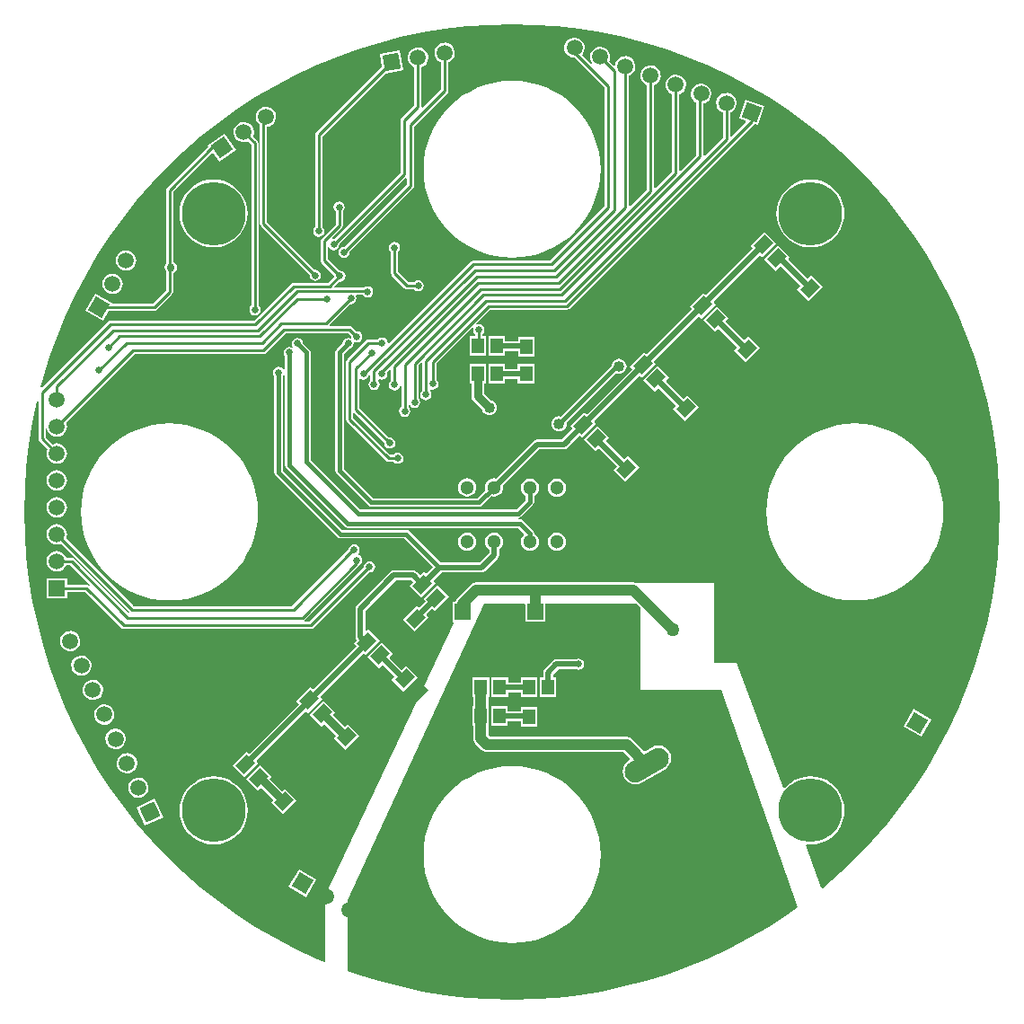
<source format=gtl>
G04 Layer_Physical_Order=1*
G04 Layer_Color=255*
%FSLAX25Y25*%
%MOIN*%
G70*
G01*
G75*
G04:AMPARAMS|DCode=10|XSize=45.67mil|YSize=57.87mil|CornerRadius=0mil|HoleSize=0mil|Usage=FLASHONLY|Rotation=315.000|XOffset=0mil|YOffset=0mil|HoleType=Round|Shape=Rectangle|*
%AMROTATEDRECTD10*
4,1,4,-0.03661,-0.00432,0.00432,0.03661,0.03661,0.00432,-0.00432,-0.03661,-0.03661,-0.00432,0.0*
%
%ADD10ROTATEDRECTD10*%

%ADD11R,0.04567X0.05787*%
%ADD12C,0.01500*%
%ADD13C,0.02000*%
%ADD14C,0.03000*%
%ADD15C,0.01000*%
%ADD16C,0.04000*%
%ADD17C,0.05118*%
%ADD18C,0.23622*%
%ADD19C,0.05906*%
%ADD20R,0.05906X0.05906*%
G04:AMPARAMS|DCode=21|XSize=177.16mil|YSize=78.74mil|CornerRadius=0mil|HoleSize=0mil|Usage=FLASHONLY|Rotation=300.000|XOffset=0mil|YOffset=0mil|HoleType=Round|Shape=Round|*
%AMOVALD21*
21,1,0.09843,0.07874,0.00000,0.00000,300.0*
1,1,0.07874,-0.02461,0.04262*
1,1,0.07874,0.02461,-0.04262*
%
%ADD21OVALD21*%

G04:AMPARAMS|DCode=22|XSize=177.16mil|YSize=78.74mil|CornerRadius=0mil|HoleSize=0mil|Usage=FLASHONLY|Rotation=210.000|XOffset=0mil|YOffset=0mil|HoleType=Round|Shape=Round|*
%AMOVALD22*
21,1,0.09843,0.07874,0.00000,0.00000,210.0*
1,1,0.07874,0.04262,0.02461*
1,1,0.07874,-0.04262,-0.02461*
%
%ADD22OVALD22*%

%ADD23P,0.08352X4X285.0*%
%ADD24P,0.08352X4X195.0*%
%ADD25P,0.08352X4X160.0*%
%ADD26R,0.05906X0.05906*%
%ADD27P,0.08352X4X80.0*%
%ADD28P,0.08352X4X55.0*%
%ADD29P,0.08352X4X205.0*%
%ADD30C,0.02700*%
%ADD31C,0.04000*%
%ADD32C,0.02500*%
%ADD33C,0.05000*%
%ADD34C,0.03000*%
G36*
X119098Y291591D02*
X127439Y291012D01*
X135744Y290049D01*
X143995Y288703D01*
X152176Y286977D01*
X160268Y284875D01*
X168254Y282402D01*
X176118Y279563D01*
X183842Y276363D01*
X191410Y272811D01*
X198806Y268912D01*
X206014Y264676D01*
X213019Y260112D01*
X219806Y255229D01*
X226360Y250038D01*
X232666Y244549D01*
X238713Y238776D01*
X244487Y232729D01*
X249975Y226422D01*
X255166Y219868D01*
X260049Y213082D01*
X264614Y206077D01*
X268850Y198869D01*
X272748Y191473D01*
X276301Y183905D01*
X279500Y176181D01*
X282340Y168317D01*
X284813Y160330D01*
X286914Y152238D01*
X288640Y144058D01*
X289986Y135806D01*
X290950Y127501D01*
X291529Y119161D01*
X291722Y110802D01*
X291529Y102444D01*
X290950Y94103D01*
X289986Y85799D01*
X288640Y77547D01*
X286914Y69367D01*
X284813Y61274D01*
X282340Y53288D01*
X279500Y45424D01*
X276301Y37700D01*
X272748Y30132D01*
X268850Y22736D01*
X264614Y15528D01*
X260049Y8523D01*
X255166Y1736D01*
X249975Y-4817D01*
X244487Y-11124D01*
X238713Y-17171D01*
X232666Y-22945D01*
X226360Y-28433D01*
X225909Y-28790D01*
X225427Y-28656D01*
X219545Y-12998D01*
X219901Y-12524D01*
X221500Y-12650D01*
X223479Y-12494D01*
X225409Y-12031D01*
X227243Y-11271D01*
X228936Y-10234D01*
X230445Y-8945D01*
X231734Y-7435D01*
X232771Y-5743D01*
X233531Y-3909D01*
X233994Y-1979D01*
X234150Y0D01*
X233994Y1979D01*
X233531Y3909D01*
X232771Y5743D01*
X231734Y7435D01*
X230445Y8945D01*
X228936Y10234D01*
X227243Y11271D01*
X225409Y12031D01*
X223479Y12494D01*
X221500Y12650D01*
X219521Y12494D01*
X217591Y12031D01*
X215757Y11271D01*
X214065Y10234D01*
X212555Y8945D01*
X212005Y8300D01*
X211512Y8387D01*
X194040Y54900D01*
X185881D01*
X185840Y55000D01*
X185640Y84500D01*
X156598D01*
X156531Y84528D01*
X155800Y84624D01*
X97500D01*
X96769Y84528D01*
X96702Y84500D01*
X95940D01*
X95669Y83924D01*
X95503Y83797D01*
X90403Y78697D01*
X89954Y78112D01*
X89681Y77453D01*
X88647D01*
Y69947D01*
X88647D01*
X88901Y69548D01*
X41340Y-31475D01*
Y-55842D01*
X40924Y-56120D01*
X37637Y-54759D01*
X30069Y-51206D01*
X22673Y-47307D01*
X15465Y-43071D01*
X8460Y-38507D01*
X1674Y-33624D01*
X-4880Y-28433D01*
X-11187Y-22945D01*
X-17234Y-17171D01*
X-23007Y-11124D01*
X-28496Y-4817D01*
X-33687Y1736D01*
X-38570Y8523D01*
X-43134Y15528D01*
X-47370Y22736D01*
X-51269Y30132D01*
X-54821Y37700D01*
X-58021Y45424D01*
X-60860Y53288D01*
X-63333Y61274D01*
X-65435Y69367D01*
X-67160Y77547D01*
X-68506Y85799D01*
X-69470Y94103D01*
X-70049Y102444D01*
X-70242Y110802D01*
X-70049Y119161D01*
X-69470Y127501D01*
X-68506Y135806D01*
X-67160Y144058D01*
X-65526Y151808D01*
X-65026Y151756D01*
Y138000D01*
X-64925Y137493D01*
X-64637Y137063D01*
X-61621Y134047D01*
X-61856Y133480D01*
X-61985Y132500D01*
X-61856Y131520D01*
X-61478Y130607D01*
X-60877Y129824D01*
X-60093Y129222D01*
X-59180Y128844D01*
X-58200Y128715D01*
X-57220Y128844D01*
X-56307Y129222D01*
X-55524Y129824D01*
X-54922Y130607D01*
X-54544Y131520D01*
X-54415Y132500D01*
X-54544Y133480D01*
X-54922Y134393D01*
X-55524Y135177D01*
X-56307Y135778D01*
X-57220Y136156D01*
X-58200Y136285D01*
X-59180Y136156D01*
X-59747Y135921D01*
X-62375Y138549D01*
Y141627D01*
X-61875Y141660D01*
X-61856Y141520D01*
X-61478Y140607D01*
X-60877Y139823D01*
X-60093Y139222D01*
X-59180Y138844D01*
X-58200Y138715D01*
X-57220Y138844D01*
X-56307Y139222D01*
X-55524Y139823D01*
X-54922Y140607D01*
X-54544Y141520D01*
X-54415Y142500D01*
X-54544Y143480D01*
X-54779Y144047D01*
X-29351Y169474D01*
X18500D01*
X19007Y169575D01*
X19437Y169863D01*
X26649Y177075D01*
X49951D01*
X51046Y175980D01*
X51010Y175800D01*
X51050Y175599D01*
X50897Y175438D01*
X50610Y175249D01*
X49900Y175390D01*
X49100Y175231D01*
X48422Y174778D01*
X47969Y174100D01*
X47846Y173481D01*
X45583Y171218D01*
X45240Y170705D01*
X45120Y170100D01*
Y126100D01*
X45240Y125495D01*
X45583Y124983D01*
X57383Y113182D01*
X57895Y112840D01*
X58500Y112720D01*
X98400D01*
X99005Y112840D01*
X99518Y113182D01*
X103009Y116674D01*
X103123Y116627D01*
X104000Y116512D01*
X104877Y116627D01*
X105694Y116966D01*
X106396Y117504D01*
X106934Y118206D01*
X107273Y119023D01*
X107388Y119900D01*
X107296Y120600D01*
X120760Y134065D01*
X129945D01*
X130647Y134204D01*
X131242Y134602D01*
X135808Y139168D01*
X136691Y138286D01*
X141914Y143509D01*
X141282Y144142D01*
Y144642D01*
X157958Y161318D01*
X158791Y160485D01*
X164014Y165709D01*
X163432Y166292D01*
Y166792D01*
X180108Y183468D01*
X180991Y182586D01*
X186214Y187809D01*
X185582Y188442D01*
Y188942D01*
X202708Y206068D01*
X203591Y205186D01*
X208815Y210409D01*
X204454Y214770D01*
X199230Y209546D01*
X200113Y208664D01*
X182986Y191537D01*
X182486D01*
X181854Y192170D01*
X176630Y186946D01*
X177513Y186064D01*
X160836Y169387D01*
X160336D01*
X159654Y170070D01*
X154430Y164846D01*
X155363Y163914D01*
X138686Y147237D01*
X138186D01*
X137554Y147870D01*
X132330Y142646D01*
X133213Y141763D01*
X129184Y137735D01*
X120000D01*
X119298Y137596D01*
X118702Y137198D01*
X104700Y123196D01*
X104000Y123288D01*
X103123Y123173D01*
X102306Y122834D01*
X101604Y122296D01*
X101066Y121594D01*
X100727Y120777D01*
X100612Y119900D01*
X100727Y119023D01*
X100775Y118910D01*
X97745Y115880D01*
X59155D01*
X48280Y126755D01*
Y169445D01*
X50081Y171246D01*
X50700Y171369D01*
X51378Y171822D01*
X51831Y172500D01*
X51990Y173300D01*
X51950Y173502D01*
X52103Y173662D01*
X52390Y173851D01*
X53100Y173710D01*
X53900Y173869D01*
X54578Y174322D01*
X55031Y175000D01*
X55190Y175800D01*
X55031Y176600D01*
X54578Y177278D01*
X53900Y177731D01*
X53100Y177890D01*
X52920Y177854D01*
X51437Y179337D01*
X51007Y179625D01*
X50500Y179726D01*
X43207D01*
X43000Y180226D01*
X50720Y187946D01*
X50900Y187910D01*
X51700Y188069D01*
X52378Y188522D01*
X52831Y189200D01*
X52990Y190000D01*
X52831Y190800D01*
X52775Y190884D01*
X53011Y191324D01*
X55420D01*
X55622Y191022D01*
X56300Y190569D01*
X57100Y190410D01*
X57900Y190569D01*
X58578Y191022D01*
X59031Y191700D01*
X59190Y192500D01*
X59031Y193300D01*
X58578Y193978D01*
X57900Y194431D01*
X57100Y194590D01*
X56300Y194431D01*
X55622Y193978D01*
X55620Y193975D01*
X45003D01*
X44812Y194437D01*
X46620Y196246D01*
X46800Y196210D01*
X47600Y196369D01*
X48278Y196822D01*
X48731Y197500D01*
X48890Y198300D01*
X48731Y199100D01*
X48278Y199778D01*
X47600Y200231D01*
X46800Y200390D01*
X46620Y200354D01*
X42226Y204749D01*
Y209032D01*
X42334Y209073D01*
X42726Y209116D01*
X43122Y208522D01*
X43800Y208069D01*
X44600Y207910D01*
X45400Y208069D01*
X46078Y208522D01*
X46531Y209200D01*
X46690Y210000D01*
X46654Y210180D01*
X71175Y234700D01*
X71675Y234493D01*
Y232349D01*
X48580Y209254D01*
X48400Y209290D01*
X47600Y209131D01*
X46922Y208678D01*
X46469Y208000D01*
X46310Y207200D01*
X46469Y206400D01*
X46922Y205722D01*
X47600Y205269D01*
X48400Y205110D01*
X49200Y205269D01*
X49878Y205722D01*
X50331Y206400D01*
X50490Y207200D01*
X50454Y207380D01*
X73937Y230863D01*
X74225Y231293D01*
X74326Y231800D01*
Y253851D01*
X86633Y266159D01*
X86921Y266589D01*
X87022Y267096D01*
Y277656D01*
X87296Y277743D01*
X88129Y278273D01*
X88797Y279002D01*
X89253Y279878D01*
X89467Y280843D01*
X89424Y281830D01*
X89127Y282773D01*
X88596Y283606D01*
X87867Y284274D01*
X86991Y284730D01*
X86026Y284944D01*
X85039Y284901D01*
X84096Y284604D01*
X83263Y284072D01*
X82596Y283344D01*
X82139Y282468D01*
X81925Y281503D01*
X81968Y280516D01*
X82266Y279573D01*
X82797Y278740D01*
X83525Y278072D01*
X84371Y277632D01*
Y267645D01*
X77611Y260886D01*
X77150Y261132D01*
X77174Y261248D01*
Y275920D01*
X77448Y276006D01*
X78281Y276537D01*
X78949Y277265D01*
X79405Y278142D01*
X79619Y279107D01*
X79576Y280094D01*
X79279Y281036D01*
X78748Y281870D01*
X78019Y282537D01*
X77143Y282993D01*
X76178Y283207D01*
X75191Y283164D01*
X74248Y282867D01*
X73415Y282336D01*
X72747Y281608D01*
X72291Y280731D01*
X72077Y279766D01*
X72120Y278779D01*
X72418Y277837D01*
X72948Y277004D01*
X73677Y276336D01*
X74523Y275896D01*
Y261797D01*
X69763Y257037D01*
X69475Y256607D01*
X69375Y256100D01*
Y236649D01*
X44780Y212054D01*
X44600Y212090D01*
X44190Y212009D01*
X43944Y212470D01*
X47537Y216063D01*
X47825Y216493D01*
X47925Y217000D01*
Y222320D01*
X48078Y222422D01*
X48531Y223100D01*
X48690Y223900D01*
X48531Y224700D01*
X48078Y225378D01*
X47400Y225831D01*
X46600Y225990D01*
X45800Y225831D01*
X45122Y225378D01*
X44669Y224700D01*
X44510Y223900D01*
X44669Y223100D01*
X45122Y222422D01*
X45274Y222320D01*
Y217549D01*
X39963Y212237D01*
X39675Y211807D01*
X39575Y211300D01*
Y204200D01*
X39675Y203693D01*
X39963Y203263D01*
X44746Y198480D01*
X44710Y198300D01*
X44746Y198120D01*
X42551Y195925D01*
X29700D01*
X29193Y195825D01*
X28763Y195537D01*
X14951Y181726D01*
X-38400D01*
X-38907Y181625D01*
X-39337Y181337D01*
X-63709Y156966D01*
X-64142Y157214D01*
X-63333Y160330D01*
X-60860Y168317D01*
X-58021Y176181D01*
X-54821Y183905D01*
X-51269Y191473D01*
X-47370Y198869D01*
X-43134Y206077D01*
X-38570Y213082D01*
X-33687Y219868D01*
X-28496Y226422D01*
X-23007Y232729D01*
X-17234Y238776D01*
X-11187Y244549D01*
X-4880Y250038D01*
X1674Y255229D01*
X8460Y260112D01*
X15465Y264676D01*
X22673Y268912D01*
X30069Y272811D01*
X37637Y276363D01*
X45362Y279563D01*
X53225Y282402D01*
X61212Y284875D01*
X69304Y286977D01*
X77485Y288703D01*
X85736Y290049D01*
X94041Y291012D01*
X102381Y291591D01*
X110740Y291784D01*
X119098Y291591D01*
D02*
G37*
G36*
X158300Y75306D02*
Y44900D01*
X188239D01*
X216614Y-35921D01*
X213019Y-38507D01*
X206014Y-43071D01*
X198806Y-47307D01*
X191410Y-51206D01*
X183842Y-54759D01*
X176118Y-57958D01*
X168254Y-60798D01*
X160268Y-63271D01*
X152176Y-65372D01*
X143995Y-67098D01*
X135744Y-68444D01*
X127439Y-69407D01*
X119098Y-69986D01*
X110740Y-70179D01*
X102381Y-69986D01*
X94041Y-69407D01*
X85736Y-68444D01*
X77485Y-67098D01*
X69304Y-65372D01*
X61212Y-63271D01*
X53225Y-60798D01*
X49800Y-59561D01*
X49800Y-33177D01*
X100516Y76700D01*
X115294D01*
X115647Y76346D01*
Y69947D01*
X123153D01*
Y76700D01*
X156906Y76700D01*
X158300Y75306D01*
D02*
G37*
%LPC*%
G36*
X-48727Y57549D02*
X-49714Y57506D01*
X-50657Y57209D01*
X-51490Y56678D01*
X-52158Y55949D01*
X-52614Y55073D01*
X-52828Y54108D01*
X-52785Y53121D01*
X-52488Y52179D01*
X-51957Y51345D01*
X-51228Y50678D01*
X-50352Y50222D01*
X-49387Y50008D01*
X-48400Y50051D01*
X-47457Y50348D01*
X-46624Y50879D01*
X-45957Y51607D01*
X-45500Y52484D01*
X-45286Y53449D01*
X-45329Y54436D01*
X-45627Y55378D01*
X-46158Y56212D01*
X-46886Y56879D01*
X-47763Y57335D01*
X-48727Y57549D01*
D02*
G37*
G36*
X135400Y56390D02*
X134600Y56231D01*
X134457Y56135D01*
X127200D01*
X126498Y55996D01*
X125902Y55598D01*
X122806Y52502D01*
X122408Y51906D01*
X122269Y51204D01*
Y49494D01*
X121020D01*
Y42106D01*
X127187D01*
Y49494D01*
X125939D01*
Y50444D01*
X127960Y52465D01*
X134457D01*
X134600Y52369D01*
X135400Y52210D01*
X136200Y52369D01*
X136878Y52822D01*
X137331Y53500D01*
X137490Y54300D01*
X137331Y55100D01*
X136878Y55778D01*
X136200Y56231D01*
X135400Y56390D01*
D02*
G37*
G36*
X120179Y49494D02*
X114013D01*
Y47535D01*
X109287D01*
Y49394D01*
X103121D01*
Y42006D01*
X109287D01*
Y43865D01*
X114013D01*
Y42106D01*
X120179D01*
Y49494D01*
D02*
G37*
G36*
X-44501Y48486D02*
X-45488Y48443D01*
X-46431Y48146D01*
X-47264Y47615D01*
X-47932Y46887D01*
X-48388Y46010D01*
X-48602Y45045D01*
X-48559Y44058D01*
X-48261Y43116D01*
X-47730Y42282D01*
X-47002Y41615D01*
X-46126Y41159D01*
X-45161Y40945D01*
X-44174Y40988D01*
X-43231Y41285D01*
X-42398Y41816D01*
X-41730Y42544D01*
X-41274Y43421D01*
X-41060Y44385D01*
X-41103Y45373D01*
X-41400Y46315D01*
X-41931Y47148D01*
X-42660Y47816D01*
X-43536Y48272D01*
X-44501Y48486D01*
D02*
G37*
G36*
X62209Y62414D02*
X56985Y57191D01*
X61346Y52830D01*
X62410Y53894D01*
X62910D01*
X67194Y49610D01*
X66130Y48546D01*
X70491Y44186D01*
X75714Y49409D01*
X71354Y53770D01*
X69790Y52206D01*
X65506Y56490D01*
Y56990D01*
X66570Y58054D01*
X62209Y62414D01*
D02*
G37*
G36*
X-52953Y66612D02*
X-53941Y66569D01*
X-54883Y66272D01*
X-55716Y65741D01*
X-56384Y65013D01*
X-56840Y64136D01*
X-57054Y63171D01*
X-57011Y62184D01*
X-56714Y61242D01*
X-56183Y60409D01*
X-55454Y59741D01*
X-54578Y59285D01*
X-53613Y59071D01*
X-52626Y59114D01*
X-51684Y59411D01*
X-50850Y59942D01*
X-50183Y60671D01*
X-49726Y61547D01*
X-49512Y62512D01*
X-49556Y63499D01*
X-49853Y64441D01*
X-50384Y65275D01*
X-51112Y65942D01*
X-51989Y66398D01*
X-52953Y66612D01*
D02*
G37*
G36*
X237905Y143638D02*
X234687Y143480D01*
X231499Y143007D01*
X228374Y142224D01*
X225340Y141139D01*
X222427Y139761D01*
X219663Y138104D01*
X217074Y136185D01*
X214687Y134021D01*
X212523Y131633D01*
X210603Y129045D01*
X208947Y126281D01*
X207569Y123368D01*
X206484Y120334D01*
X205700Y117208D01*
X205228Y114021D01*
X205070Y110802D01*
X205228Y107584D01*
X205700Y104396D01*
X206484Y101271D01*
X207569Y98237D01*
X208947Y95324D01*
X210603Y92560D01*
X212523Y89972D01*
X214687Y87584D01*
X217074Y85420D01*
X219663Y83500D01*
X222427Y81844D01*
X225340Y80466D01*
X228374Y79381D01*
X231499Y78598D01*
X234687Y78125D01*
X237905Y77967D01*
X241124Y78125D01*
X244311Y78598D01*
X247437Y79381D01*
X250471Y80466D01*
X253384Y81844D01*
X256148Y83500D01*
X258736Y85420D01*
X261123Y87584D01*
X263287Y89972D01*
X265207Y92560D01*
X266864Y95324D01*
X268241Y98237D01*
X269327Y101271D01*
X270110Y104396D01*
X270583Y107584D01*
X270741Y110802D01*
X270583Y114021D01*
X270110Y117208D01*
X269327Y120334D01*
X268241Y123368D01*
X266864Y126281D01*
X265207Y129045D01*
X263287Y131633D01*
X261123Y134021D01*
X258736Y136185D01*
X256148Y138104D01*
X253384Y139761D01*
X250471Y141139D01*
X247437Y142224D01*
X244311Y143007D01*
X241124Y143480D01*
X237905Y143638D01*
D02*
G37*
G36*
X-16426D02*
X-19644Y143480D01*
X-22831Y143007D01*
X-25957Y142224D01*
X-28991Y141139D01*
X-31904Y139761D01*
X-34668Y138104D01*
X-37256Y136185D01*
X-39644Y134021D01*
X-41808Y131633D01*
X-43727Y129045D01*
X-45384Y126281D01*
X-46762Y123368D01*
X-47847Y120334D01*
X-48630Y117208D01*
X-49103Y114021D01*
X-49261Y110802D01*
X-49103Y107584D01*
X-48630Y104396D01*
X-47847Y101271D01*
X-46762Y98237D01*
X-45384Y95324D01*
X-43727Y92560D01*
X-41808Y89972D01*
X-39644Y87584D01*
X-37256Y85420D01*
X-34668Y83500D01*
X-31904Y81844D01*
X-28991Y80466D01*
X-25957Y79381D01*
X-22831Y78598D01*
X-19644Y78125D01*
X-16426Y77967D01*
X-13207Y78125D01*
X-10020Y78598D01*
X-6894Y79381D01*
X-3860Y80466D01*
X-947Y81844D01*
X1817Y83500D01*
X4405Y85420D01*
X6793Y87584D01*
X8957Y89972D01*
X10876Y92560D01*
X12533Y95324D01*
X13911Y98237D01*
X14996Y101271D01*
X15779Y104396D01*
X16252Y107584D01*
X16410Y110802D01*
X16252Y114021D01*
X15779Y117208D01*
X14996Y120334D01*
X13911Y123368D01*
X12533Y126281D01*
X10876Y129045D01*
X8957Y131633D01*
X6793Y134021D01*
X4405Y136185D01*
X1817Y138104D01*
X-947Y139761D01*
X-3860Y141139D01*
X-6894Y142224D01*
X-10020Y143007D01*
X-13207Y143480D01*
X-16426Y143638D01*
D02*
G37*
G36*
X82909Y83714D02*
X77685Y78491D01*
X78568Y77608D01*
X76442Y75482D01*
X75942D01*
X75409Y76015D01*
X70186Y70791D01*
X74546Y66430D01*
X79770Y71654D01*
X79037Y72386D01*
Y72887D01*
X81164Y75013D01*
X82046Y74130D01*
X87270Y79354D01*
X82909Y83714D01*
D02*
G37*
G36*
X94100Y103088D02*
X93223Y102973D01*
X92406Y102634D01*
X91704Y102096D01*
X91166Y101394D01*
X90827Y100577D01*
X90712Y99700D01*
X90827Y98823D01*
X91166Y98006D01*
X91704Y97304D01*
X92406Y96766D01*
X93223Y96427D01*
X94100Y96312D01*
X94977Y96427D01*
X95794Y96766D01*
X96496Y97304D01*
X97034Y98006D01*
X97373Y98823D01*
X97488Y99700D01*
X97373Y100577D01*
X97034Y101394D01*
X96496Y102096D01*
X95794Y102634D01*
X94977Y102973D01*
X94100Y103088D01*
D02*
G37*
G36*
X-58200Y106285D02*
X-59180Y106156D01*
X-60093Y105778D01*
X-60877Y105176D01*
X-61478Y104393D01*
X-61856Y103480D01*
X-61985Y102500D01*
X-61856Y101520D01*
X-61478Y100607D01*
X-60877Y99823D01*
X-60093Y99222D01*
X-59180Y98844D01*
X-58200Y98715D01*
X-57220Y98844D01*
X-56653Y99079D01*
X-31237Y73663D01*
X-31232Y73659D01*
X-31234Y73209D01*
X-31304Y73106D01*
X-31432Y73106D01*
X-51763Y93437D01*
X-52193Y93725D01*
X-52700Y93826D01*
X-54687D01*
X-54922Y94393D01*
X-55524Y95177D01*
X-56307Y95778D01*
X-57220Y96156D01*
X-58200Y96285D01*
X-59180Y96156D01*
X-60093Y95778D01*
X-60877Y95177D01*
X-61478Y94393D01*
X-61856Y93480D01*
X-61985Y92500D01*
X-61856Y91520D01*
X-61478Y90607D01*
X-60877Y89824D01*
X-60093Y89222D01*
X-59180Y88844D01*
X-58200Y88715D01*
X-57220Y88844D01*
X-56307Y89222D01*
X-55524Y89824D01*
X-54922Y90607D01*
X-54687Y91175D01*
X-53249D01*
X-32935Y70860D01*
X-33086Y70307D01*
X-33123Y70298D01*
X-46263Y83437D01*
X-46693Y83725D01*
X-47200Y83825D01*
X-54447D01*
Y86253D01*
X-61953D01*
Y78747D01*
X-54447D01*
Y81174D01*
X-47749D01*
X-34337Y67763D01*
X-33907Y67475D01*
X-33400Y67374D01*
X36068D01*
X36576Y67475D01*
X37006Y67763D01*
X57604Y88361D01*
X57784Y88326D01*
X58584Y88485D01*
X59262Y88938D01*
X59715Y89616D01*
X59874Y90416D01*
X59715Y91216D01*
X59262Y91894D01*
X58584Y92347D01*
X57784Y92506D01*
X56984Y92347D01*
X56306Y91894D01*
X55853Y91216D01*
X55694Y90416D01*
X55730Y90236D01*
X35519Y70025D01*
X33784D01*
X33632Y70525D01*
X33837Y70663D01*
X54037Y90863D01*
X54155Y91040D01*
X54578Y91322D01*
X55031Y92000D01*
X55190Y92800D01*
X55031Y93600D01*
X54578Y94278D01*
X53900Y94731D01*
X53779Y94755D01*
X53689Y94964D01*
X53627Y95295D01*
X54031Y95900D01*
X54190Y96700D01*
X54031Y97500D01*
X53578Y98178D01*
X52900Y98631D01*
X52100Y98790D01*
X51300Y98631D01*
X50622Y98178D01*
X50169Y97500D01*
X50057Y96937D01*
X29045Y75925D01*
X-29751D01*
X-54779Y100953D01*
X-54544Y101520D01*
X-54415Y102500D01*
X-54544Y103480D01*
X-54922Y104393D01*
X-55524Y105176D01*
X-56307Y105778D01*
X-57220Y106156D01*
X-58200Y106285D01*
D02*
G37*
G36*
X-40275Y39423D02*
X-41262Y39380D01*
X-42204Y39083D01*
X-43038Y38552D01*
X-43705Y37823D01*
X-44162Y36947D01*
X-44376Y35982D01*
X-44332Y34995D01*
X-44035Y34053D01*
X-43504Y33219D01*
X-42776Y32552D01*
X-41899Y32096D01*
X-40935Y31882D01*
X-39947Y31925D01*
X-39005Y32222D01*
X-38172Y32753D01*
X-37504Y33481D01*
X-37048Y34358D01*
X-36834Y35322D01*
X-36877Y36310D01*
X-37174Y37252D01*
X-37705Y38085D01*
X-38434Y38753D01*
X-39310Y39209D01*
X-40275Y39423D01*
D02*
G37*
G36*
X-21885Y4387D02*
X-28687Y1215D01*
X-25515Y-5587D01*
X-18713Y-2415D01*
X-21885Y4387D01*
D02*
G37*
G36*
X17209Y16915D02*
X11986Y11691D01*
X16346Y7330D01*
X17550Y8534D01*
X22184Y3900D01*
X21230Y2946D01*
X25591Y-1414D01*
X30814Y3809D01*
X26454Y8170D01*
X25500Y7216D01*
X20866Y11850D01*
X21570Y12554D01*
X17209Y16915D01*
D02*
G37*
G36*
X-27596Y12234D02*
X-28583Y12191D01*
X-29526Y11894D01*
X-30359Y11363D01*
X-31027Y10634D01*
X-31483Y9758D01*
X-31697Y8793D01*
X-31654Y7806D01*
X-31357Y6863D01*
X-30826Y6030D01*
X-30097Y5362D01*
X-29221Y4906D01*
X-28256Y4692D01*
X-27269Y4735D01*
X-26327Y5033D01*
X-25493Y5564D01*
X-24826Y6292D01*
X-24369Y7169D01*
X-24155Y8133D01*
X-24199Y9120D01*
X-24496Y10063D01*
X-25027Y10896D01*
X-25755Y11564D01*
X-26632Y12020D01*
X-27596Y12234D01*
D02*
G37*
G36*
X110740Y16473D02*
X107521Y16314D01*
X104334Y15842D01*
X101208Y15059D01*
X98174Y13973D01*
X95261Y12595D01*
X92497Y10939D01*
X89909Y9019D01*
X87521Y6855D01*
X85357Y4468D01*
X83438Y1879D01*
X81781Y-884D01*
X80404Y-3797D01*
X79318Y-6831D01*
X78535Y-9957D01*
X78062Y-13145D01*
X77904Y-16363D01*
X78062Y-19581D01*
X78535Y-22769D01*
X79318Y-25895D01*
X80404Y-28929D01*
X81781Y-31842D01*
X83438Y-34606D01*
X85357Y-37194D01*
X87521Y-39581D01*
X89909Y-41745D01*
X92497Y-43665D01*
X95261Y-45322D01*
X98174Y-46699D01*
X101208Y-47785D01*
X104334Y-48568D01*
X107521Y-49041D01*
X110740Y-49199D01*
X113958Y-49041D01*
X117146Y-48568D01*
X120272Y-47785D01*
X123305Y-46699D01*
X126218Y-45322D01*
X128982Y-43665D01*
X131570Y-41745D01*
X133958Y-39581D01*
X136122Y-37194D01*
X138042Y-34606D01*
X139698Y-31842D01*
X141076Y-28929D01*
X142162Y-25895D01*
X142945Y-22769D01*
X143417Y-19581D01*
X143575Y-16363D01*
X143417Y-13145D01*
X142945Y-9957D01*
X142162Y-6831D01*
X141076Y-3797D01*
X139698Y-884D01*
X138042Y1879D01*
X136122Y4468D01*
X133958Y6855D01*
X131570Y9019D01*
X128982Y10939D01*
X126218Y12595D01*
X123305Y13973D01*
X120272Y15059D01*
X117146Y15842D01*
X113958Y16314D01*
X110740Y16473D01*
D02*
G37*
G36*
X31566Y-21874D02*
X27813Y-28374D01*
X34313Y-32126D01*
X38066Y-25626D01*
X31566Y-21874D01*
D02*
G37*
G36*
X0Y12650D02*
X-1979Y12494D01*
X-3909Y12031D01*
X-5743Y11271D01*
X-7435Y10234D01*
X-8945Y8945D01*
X-10234Y7435D01*
X-11271Y5743D01*
X-12031Y3909D01*
X-12494Y1979D01*
X-12650Y0D01*
X-12494Y-1979D01*
X-12031Y-3909D01*
X-11271Y-5743D01*
X-10234Y-7435D01*
X-8945Y-8945D01*
X-7435Y-10234D01*
X-5743Y-11271D01*
X-3909Y-12031D01*
X-1979Y-12494D01*
X0Y-12650D01*
X1979Y-12494D01*
X3909Y-12031D01*
X5743Y-11271D01*
X7435Y-10234D01*
X8945Y-8945D01*
X10234Y-7435D01*
X11271Y-5743D01*
X12031Y-3909D01*
X12494Y-1979D01*
X12650Y0D01*
X12494Y1979D01*
X12031Y3909D01*
X11271Y5743D01*
X10234Y7435D01*
X8945Y8945D01*
X7435Y10234D01*
X5743Y11271D01*
X3909Y12031D01*
X1979Y12494D01*
X0Y12650D01*
D02*
G37*
G36*
X-36049Y30360D02*
X-37036Y30317D01*
X-37978Y30020D01*
X-38812Y29489D01*
X-39479Y28760D01*
X-39935Y27884D01*
X-40149Y26919D01*
X-40106Y25932D01*
X-39809Y24990D01*
X-39278Y24156D01*
X-38550Y23489D01*
X-37673Y23032D01*
X-36708Y22818D01*
X-35721Y22862D01*
X-34779Y23159D01*
X-33946Y23690D01*
X-33278Y24418D01*
X-32822Y25295D01*
X-32608Y26259D01*
X-32651Y27246D01*
X-32948Y28189D01*
X-33479Y29022D01*
X-34207Y29690D01*
X-35084Y30146D01*
X-36049Y30360D01*
D02*
G37*
G36*
X259826Y37626D02*
X256074Y31126D01*
X262574Y27374D01*
X266326Y33874D01*
X259826Y37626D01*
D02*
G37*
G36*
X109087Y38794D02*
X102920D01*
Y31406D01*
X109087D01*
Y33265D01*
X113913D01*
Y31206D01*
X120080D01*
Y38594D01*
X113913D01*
Y36935D01*
X109087D01*
Y38794D01*
D02*
G37*
G36*
X102279Y49394D02*
X96113D01*
Y42006D01*
X96372D01*
Y38794D01*
X95913D01*
Y31406D01*
X96372D01*
Y26804D01*
X96468Y26073D01*
X96750Y25392D01*
X97199Y24807D01*
X99503Y22503D01*
X100088Y22054D01*
X100769Y21772D01*
X101500Y21676D01*
X152066D01*
X154480Y19262D01*
X154415Y18766D01*
X154149Y18613D01*
X153160Y17854D01*
X152400Y16864D01*
X151923Y15712D01*
X151760Y14475D01*
X151923Y13239D01*
X152400Y12086D01*
X153160Y11097D01*
X154149Y10338D01*
X155301Y9860D01*
X156538Y9697D01*
X157775Y9860D01*
X158927Y10338D01*
X167451Y15259D01*
X168440Y16018D01*
X169200Y17008D01*
X169677Y18160D01*
X169840Y19397D01*
X169677Y20633D01*
X169200Y21786D01*
X168440Y22775D01*
X167451Y23534D01*
X166299Y24012D01*
X165062Y24174D01*
X163825Y24012D01*
X162673Y23534D01*
X159834Y21895D01*
X155233Y26497D01*
X154648Y26946D01*
X153967Y27228D01*
X153236Y27324D01*
X102670D01*
X102020Y27974D01*
Y31406D01*
X102079D01*
Y38794D01*
X102020D01*
Y42006D01*
X102279D01*
Y49394D01*
D02*
G37*
G36*
X-31822Y21297D02*
X-32810Y21254D01*
X-33752Y20957D01*
X-34585Y20426D01*
X-35253Y19697D01*
X-35709Y18821D01*
X-35923Y17856D01*
X-35880Y16869D01*
X-35583Y15926D01*
X-35052Y15093D01*
X-34323Y14426D01*
X-33447Y13969D01*
X-32482Y13755D01*
X-31495Y13799D01*
X-30553Y14096D01*
X-29719Y14627D01*
X-29052Y15355D01*
X-28596Y16232D01*
X-28382Y17196D01*
X-28425Y18183D01*
X-28722Y19126D01*
X-29253Y19959D01*
X-29981Y20627D01*
X-30858Y21083D01*
X-31822Y21297D01*
D02*
G37*
G36*
X40809Y40815D02*
X35585Y35591D01*
X39946Y31230D01*
X40900Y32184D01*
X45384Y27700D01*
X44530Y26846D01*
X48891Y22486D01*
X54115Y27709D01*
X49754Y32070D01*
X48700Y31016D01*
X44216Y35500D01*
X45170Y36454D01*
X40809Y40815D01*
D02*
G37*
G36*
X67100Y210990D02*
X66300Y210831D01*
X65622Y210378D01*
X65169Y209700D01*
X65010Y208900D01*
X65169Y208100D01*
X65622Y207422D01*
X65775Y207320D01*
Y199400D01*
X65875Y198893D01*
X66163Y198463D01*
X70863Y193763D01*
X71293Y193475D01*
X71800Y193375D01*
X74320D01*
X74422Y193222D01*
X75100Y192769D01*
X75900Y192610D01*
X76700Y192769D01*
X77378Y193222D01*
X77831Y193900D01*
X77990Y194700D01*
X77831Y195500D01*
X77378Y196178D01*
X76700Y196631D01*
X75900Y196790D01*
X75100Y196631D01*
X74422Y196178D01*
X74320Y196026D01*
X72349D01*
X68426Y199949D01*
Y207320D01*
X68578Y207422D01*
X69031Y208100D01*
X69190Y208900D01*
X69031Y209700D01*
X68578Y210378D01*
X67900Y210831D01*
X67100Y210990D01*
D02*
G37*
G36*
X19053Y261242D02*
X18089Y261028D01*
X17212Y260572D01*
X16484Y259905D01*
X15953Y259071D01*
X15655Y258129D01*
X15612Y257142D01*
X15826Y256177D01*
X16282Y255300D01*
X16950Y254572D01*
X17175Y254429D01*
Y217800D01*
X17275Y217293D01*
X17563Y216863D01*
X35646Y198780D01*
X35610Y198600D01*
X35769Y197800D01*
X36222Y197122D01*
X36900Y196669D01*
X37700Y196510D01*
X38500Y196669D01*
X39178Y197122D01*
X39631Y197800D01*
X39790Y198600D01*
X39631Y199400D01*
X39178Y200078D01*
X38500Y200531D01*
X37700Y200690D01*
X37520Y200654D01*
X19826Y218349D01*
Y253726D01*
X20678Y253915D01*
X21554Y254371D01*
X22283Y255038D01*
X22814Y255872D01*
X23111Y256814D01*
X23154Y257801D01*
X22940Y258766D01*
X22484Y259643D01*
X21816Y260371D01*
X20983Y260902D01*
X20040Y261199D01*
X19053Y261242D01*
D02*
G37*
G36*
X-32500Y207906D02*
X-33480Y207777D01*
X-34393Y207399D01*
X-35177Y206797D01*
X-35778Y206013D01*
X-36156Y205100D01*
X-36285Y204120D01*
X-36156Y203141D01*
X-35778Y202228D01*
X-35177Y201444D01*
X-34393Y200842D01*
X-33480Y200464D01*
X-32500Y200335D01*
X-31520Y200464D01*
X-30607Y200842D01*
X-29823Y201444D01*
X-29222Y202228D01*
X-28844Y203141D01*
X-28715Y204120D01*
X-28844Y205100D01*
X-29222Y206013D01*
X-29823Y206797D01*
X-30607Y207399D01*
X-31520Y207777D01*
X-32500Y207906D01*
D02*
G37*
G36*
X10862Y255506D02*
X9897Y255293D01*
X9020Y254836D01*
X8292Y254169D01*
X7761Y253335D01*
X7464Y252393D01*
X7421Y251406D01*
X7635Y250441D01*
X8091Y249565D01*
X8759Y248836D01*
X9592Y248305D01*
X10534Y248008D01*
X11521Y247965D01*
X12486Y248179D01*
X12741Y248312D01*
X13974Y247078D01*
Y187380D01*
X13822Y187278D01*
X13369Y186600D01*
X13210Y185800D01*
X13369Y185000D01*
X13822Y184322D01*
X14500Y183869D01*
X15300Y183710D01*
X16100Y183869D01*
X16778Y184322D01*
X17231Y185000D01*
X17390Y185800D01*
X17231Y186600D01*
X16778Y187278D01*
X16625Y187380D01*
Y247627D01*
X16525Y248134D01*
X16237Y248565D01*
X14633Y250169D01*
X14919Y251079D01*
X14962Y252066D01*
X14748Y253030D01*
X14292Y253907D01*
X13624Y254635D01*
X12791Y255166D01*
X11849Y255463D01*
X10862Y255506D01*
D02*
G37*
G36*
X209409Y209815D02*
X204186Y204591D01*
X208546Y200230D01*
X210160Y201844D01*
X210660D01*
X217744Y194760D01*
X216430Y193446D01*
X220791Y189085D01*
X226014Y194309D01*
X221654Y198670D01*
X220340Y197356D01*
X213256Y204440D01*
Y204940D01*
X213770Y205454D01*
X209409Y209815D01*
D02*
G37*
G36*
X-37500Y199245D02*
X-38480Y199116D01*
X-39393Y198738D01*
X-40176Y198137D01*
X-40778Y197353D01*
X-41156Y196440D01*
X-41285Y195460D01*
X-41156Y194481D01*
X-40778Y193568D01*
X-40176Y192784D01*
X-39393Y192182D01*
X-38480Y191804D01*
X-37500Y191675D01*
X-36520Y191804D01*
X-35607Y192182D01*
X-34824Y192784D01*
X-34222Y193568D01*
X-33844Y194481D01*
X-33715Y195460D01*
X-33844Y196440D01*
X-34222Y197353D01*
X-34824Y198137D01*
X-35607Y198738D01*
X-36520Y199116D01*
X-37500Y199245D01*
D02*
G37*
G36*
X69044Y282047D02*
X61653Y280744D01*
X62480Y276054D01*
X38063Y251637D01*
X37775Y251207D01*
X37674Y250700D01*
Y216580D01*
X37522Y216478D01*
X37069Y215800D01*
X36910Y215000D01*
X37069Y214200D01*
X37522Y213522D01*
X38200Y213069D01*
X39000Y212910D01*
X39800Y213069D01*
X40478Y213522D01*
X40931Y214200D01*
X41090Y215000D01*
X40931Y215800D01*
X40478Y216478D01*
X40325Y216580D01*
Y250151D01*
X63649Y273475D01*
X70347Y274656D01*
X69044Y282047D01*
D02*
G37*
G36*
X3922Y251227D02*
X-2227Y246922D01*
X-1908Y246467D01*
X-17337Y231037D01*
X-17625Y230607D01*
X-17726Y230100D01*
Y203008D01*
X-18067Y202497D01*
X-18245Y201600D01*
X-18067Y200703D01*
X-17726Y200192D01*
Y193049D01*
X-22649Y188126D01*
X-37346D01*
X-37374Y188174D01*
Y188174D01*
X-43874Y191926D01*
X-47626Y185426D01*
X-41126Y181674D01*
X-38932Y185475D01*
X-22100D01*
X-21593Y185575D01*
X-21163Y185863D01*
X-15463Y191563D01*
X-15175Y191993D01*
X-15075Y192500D01*
Y199097D01*
X-15008Y199432D01*
X-15003Y199433D01*
X-14242Y199942D01*
X-13733Y200703D01*
X-13555Y201600D01*
X-13733Y202497D01*
X-14242Y203258D01*
X-15003Y203767D01*
X-15075Y203781D01*
Y229551D01*
X-639Y243987D01*
X-141Y243943D01*
X2078Y240773D01*
X8227Y245078D01*
X3922Y251227D01*
D02*
G37*
G36*
X134251Y286812D02*
X133264Y286769D01*
X132322Y286472D01*
X131489Y285941D01*
X130821Y285212D01*
X130365Y284336D01*
X130151Y283371D01*
X130194Y282384D01*
X130491Y281442D01*
X131022Y280608D01*
X131751Y279941D01*
X132627Y279485D01*
X133592Y279271D01*
X133940Y279286D01*
X145074Y268151D01*
Y224249D01*
X124851Y204026D01*
X96300D01*
X95793Y203925D01*
X95363Y203637D01*
X65020Y173295D01*
X64578Y173560D01*
X64431Y174300D01*
X63978Y174978D01*
X63300Y175431D01*
X62500Y175590D01*
X61700Y175431D01*
X61022Y174978D01*
X60920Y174826D01*
X57400D01*
X56893Y174725D01*
X56463Y174437D01*
X49563Y167537D01*
X49275Y167107D01*
X49174Y166600D01*
Y145100D01*
X49275Y144593D01*
X49563Y144163D01*
X63963Y129763D01*
X64393Y129475D01*
X64900Y129375D01*
X66720D01*
X66822Y129222D01*
X67500Y128769D01*
X68300Y128610D01*
X69100Y128769D01*
X69778Y129222D01*
X70231Y129900D01*
X70390Y130700D01*
X70231Y131500D01*
X69778Y132178D01*
X69100Y132631D01*
X68300Y132790D01*
X67500Y132631D01*
X66822Y132178D01*
X66720Y132026D01*
X65449D01*
X51825Y145649D01*
Y147293D01*
X52325Y147500D01*
X63246Y136580D01*
X63210Y136400D01*
X63369Y135600D01*
X63822Y134922D01*
X64500Y134469D01*
X65300Y134310D01*
X66100Y134469D01*
X66778Y134922D01*
X67231Y135600D01*
X67390Y136400D01*
X67231Y137200D01*
X66778Y137878D01*
X66100Y138331D01*
X65300Y138490D01*
X65120Y138454D01*
X54125Y149449D01*
Y159989D01*
X54566Y160225D01*
X54800Y160069D01*
X55600Y159910D01*
X56400Y160069D01*
X57078Y160522D01*
X57531Y161200D01*
X57674Y161921D01*
X58175Y161872D01*
Y159680D01*
X58022Y159578D01*
X57569Y158900D01*
X57410Y158100D01*
X57569Y157300D01*
X58022Y156622D01*
X58700Y156169D01*
X59500Y156010D01*
X60300Y156169D01*
X60978Y156622D01*
X61431Y157300D01*
X61590Y158100D01*
X61431Y158900D01*
X61004Y159539D01*
X60987Y159645D01*
X61020Y159879D01*
X61525Y160119D01*
X61600Y160069D01*
X62400Y159910D01*
X63200Y160069D01*
X63878Y160522D01*
X64331Y161200D01*
X64490Y162000D01*
X64331Y162800D01*
X64308Y162834D01*
X65313Y163838D01*
X65775Y163647D01*
Y159580D01*
X65622Y159478D01*
X65169Y158800D01*
X65010Y158000D01*
X65169Y157200D01*
X65622Y156522D01*
X66300Y156069D01*
X67100Y155910D01*
X67900Y156069D01*
X68578Y156522D01*
X69031Y157200D01*
X69074Y157419D01*
X69574Y157369D01*
Y149780D01*
X69422Y149678D01*
X68969Y149000D01*
X68810Y148200D01*
X68969Y147400D01*
X69422Y146722D01*
X70100Y146269D01*
X70900Y146110D01*
X71700Y146269D01*
X72378Y146722D01*
X72831Y147400D01*
X72990Y148200D01*
X72831Y149000D01*
X72378Y149678D01*
X72225Y149780D01*
Y150532D01*
X72334Y150574D01*
X72725Y150616D01*
X73122Y150022D01*
X73800Y149569D01*
X74600Y149410D01*
X75400Y149569D01*
X76078Y150022D01*
X76531Y150700D01*
X76690Y151500D01*
X76531Y152300D01*
X76078Y152978D01*
X75925Y153080D01*
Y165351D01*
X76913Y166338D01*
X77375Y166147D01*
Y155880D01*
X77222Y155778D01*
X76769Y155100D01*
X76610Y154300D01*
X76769Y153500D01*
X77222Y152822D01*
X77900Y152369D01*
X78700Y152210D01*
X79500Y152369D01*
X80178Y152822D01*
X80631Y153500D01*
X80790Y154300D01*
X80631Y155100D01*
X80223Y155711D01*
X80218Y155961D01*
X80449Y156368D01*
X80525Y156364D01*
X81300Y156210D01*
X82100Y156369D01*
X82778Y156822D01*
X83231Y157500D01*
X83390Y158300D01*
X83231Y159100D01*
X82778Y159778D01*
X82626Y159880D01*
Y165951D01*
X95992Y179317D01*
X96441Y179059D01*
X96310Y178400D01*
X96469Y177600D01*
X96922Y176922D01*
X97075Y176820D01*
Y175994D01*
X94913D01*
Y168606D01*
X101079D01*
Y175994D01*
X99726D01*
Y176820D01*
X99878Y176922D01*
X100331Y177600D01*
X100490Y178400D01*
X100331Y179200D01*
X99878Y179878D01*
X99200Y180331D01*
X98400Y180490D01*
X97741Y180359D01*
X97483Y180808D01*
X102549Y185874D01*
X131100D01*
X131607Y185975D01*
X132037Y186263D01*
X200566Y254791D01*
X201943Y254290D01*
X204510Y261343D01*
X197457Y263910D01*
X194890Y256857D01*
X197380Y255951D01*
X197488Y255463D01*
X192090Y250065D01*
X191629Y250256D01*
Y259003D01*
X191903Y259090D01*
X192736Y259621D01*
X193404Y260349D01*
X193860Y261226D01*
X194074Y262190D01*
X194031Y263177D01*
X193734Y264120D01*
X193203Y264953D01*
X192474Y265621D01*
X191598Y266077D01*
X190633Y266291D01*
X189646Y266248D01*
X188703Y265951D01*
X187870Y265420D01*
X187203Y264691D01*
X186746Y263815D01*
X186532Y262850D01*
X186575Y261863D01*
X186873Y260921D01*
X187404Y260087D01*
X188132Y259420D01*
X188978Y258979D01*
Y249752D01*
X182266Y243040D01*
X181766Y243248D01*
Y262277D01*
X182506Y262510D01*
X183339Y263041D01*
X184007Y263769D01*
X184463Y264646D01*
X184677Y265611D01*
X184634Y266598D01*
X184337Y267540D01*
X183806Y268373D01*
X183077Y269041D01*
X182201Y269497D01*
X181236Y269711D01*
X180249Y269668D01*
X179306Y269371D01*
X178473Y268840D01*
X177806Y268111D01*
X177349Y267235D01*
X177135Y266270D01*
X177179Y265283D01*
X177476Y264341D01*
X178007Y263507D01*
X178735Y262840D01*
X179115Y262642D01*
Y243189D01*
X173297Y237371D01*
X172835Y237562D01*
Y265844D01*
X173109Y265930D01*
X173942Y266461D01*
X174610Y267190D01*
X175066Y268066D01*
X175280Y269031D01*
X175237Y270018D01*
X174940Y270960D01*
X174409Y271794D01*
X173680Y272461D01*
X172804Y272918D01*
X171839Y273131D01*
X170852Y273088D01*
X169910Y272791D01*
X169076Y272260D01*
X168409Y271532D01*
X167952Y270655D01*
X167738Y269690D01*
X167782Y268703D01*
X168079Y267761D01*
X168610Y266928D01*
X169338Y266260D01*
X170184Y265820D01*
Y237058D01*
X163900Y230774D01*
X163438Y230965D01*
Y269264D01*
X163712Y269350D01*
X164545Y269881D01*
X165213Y270610D01*
X165669Y271486D01*
X165883Y272451D01*
X165840Y273438D01*
X165543Y274380D01*
X165012Y275214D01*
X164283Y275881D01*
X163407Y276338D01*
X162442Y276552D01*
X161455Y276508D01*
X160513Y276211D01*
X159679Y275680D01*
X159012Y274952D01*
X158555Y274075D01*
X158342Y273111D01*
X158385Y272124D01*
X158682Y271181D01*
X159213Y270348D01*
X159941Y269680D01*
X160787Y269240D01*
Y230473D01*
X154541Y224227D01*
X154041Y224434D01*
Y272684D01*
X154315Y272771D01*
X155148Y273301D01*
X155816Y274030D01*
X156272Y274906D01*
X156486Y275871D01*
X156443Y276858D01*
X156146Y277801D01*
X155615Y278634D01*
X154886Y279302D01*
X154010Y279758D01*
X153045Y279972D01*
X152058Y279929D01*
X151116Y279631D01*
X150282Y279101D01*
X149615Y278372D01*
X149159Y277496D01*
X148953Y276568D01*
X148753Y276444D01*
X148487Y276327D01*
X146743Y278072D01*
X146875Y278327D01*
X147089Y279291D01*
X147046Y280278D01*
X146749Y281221D01*
X146218Y282054D01*
X145490Y282722D01*
X144613Y283178D01*
X143648Y283392D01*
X142661Y283349D01*
X141719Y283052D01*
X140885Y282521D01*
X140218Y281792D01*
X139762Y280916D01*
X139548Y279951D01*
X139591Y278964D01*
X139888Y278022D01*
X140288Y277394D01*
X139896Y277079D01*
X136583Y280391D01*
X137022Y280870D01*
X137478Y281747D01*
X137692Y282712D01*
X137649Y283699D01*
X137352Y284641D01*
X136821Y285474D01*
X136093Y286142D01*
X135216Y286598D01*
X134251Y286812D01*
D02*
G37*
G36*
X110740Y270803D02*
X107521Y270645D01*
X104334Y270173D01*
X101208Y269390D01*
X98174Y268304D01*
X95261Y266926D01*
X92497Y265270D01*
X89909Y263350D01*
X87521Y261186D01*
X85357Y258799D01*
X83438Y256210D01*
X81781Y253446D01*
X80404Y250533D01*
X79318Y247499D01*
X78535Y244374D01*
X78062Y241186D01*
X77904Y237968D01*
X78062Y234749D01*
X78535Y231562D01*
X79318Y228436D01*
X80404Y225402D01*
X81781Y222489D01*
X83438Y219725D01*
X85357Y217137D01*
X87521Y214750D01*
X89909Y212585D01*
X92497Y210666D01*
X95261Y209009D01*
X98174Y207632D01*
X101208Y206546D01*
X104334Y205763D01*
X107521Y205290D01*
X110740Y205132D01*
X113958Y205290D01*
X117146Y205763D01*
X120272Y206546D01*
X123305Y207632D01*
X126218Y209009D01*
X128982Y210666D01*
X131570Y212585D01*
X133958Y214750D01*
X136122Y217137D01*
X138042Y219725D01*
X139698Y222489D01*
X141076Y225402D01*
X142162Y228436D01*
X142945Y231562D01*
X143417Y234749D01*
X143575Y237968D01*
X143417Y241186D01*
X142945Y244374D01*
X142162Y247499D01*
X141076Y250533D01*
X139698Y253446D01*
X138042Y256210D01*
X136122Y258799D01*
X133958Y261186D01*
X131570Y263350D01*
X128982Y265270D01*
X126218Y266926D01*
X123305Y268304D01*
X120272Y269390D01*
X117146Y270173D01*
X113958Y270645D01*
X110740Y270803D01*
D02*
G37*
G36*
X-100Y234250D02*
X-2079Y234094D01*
X-4009Y233631D01*
X-5843Y232871D01*
X-7536Y231834D01*
X-9045Y230545D01*
X-10334Y229035D01*
X-11371Y227343D01*
X-12131Y225509D01*
X-12594Y223579D01*
X-12750Y221600D01*
X-12594Y219621D01*
X-12131Y217691D01*
X-11371Y215857D01*
X-10334Y214164D01*
X-9045Y212655D01*
X-7536Y211366D01*
X-5843Y210329D01*
X-4009Y209569D01*
X-2079Y209106D01*
X-100Y208950D01*
X1879Y209106D01*
X3809Y209569D01*
X5643Y210329D01*
X7335Y211366D01*
X8845Y212655D01*
X10134Y214164D01*
X11171Y215857D01*
X11931Y217691D01*
X12394Y219621D01*
X12550Y221600D01*
X12394Y223579D01*
X11931Y225509D01*
X11171Y227343D01*
X10134Y229035D01*
X8845Y230545D01*
X7335Y231834D01*
X5643Y232871D01*
X3809Y233631D01*
X1879Y234094D01*
X-100Y234250D01*
D02*
G37*
G36*
X221500D02*
X219521Y234094D01*
X217591Y233631D01*
X215757Y232871D01*
X214065Y231834D01*
X212555Y230545D01*
X211266Y229035D01*
X210229Y227343D01*
X209469Y225509D01*
X209006Y223579D01*
X208850Y221600D01*
X209006Y219621D01*
X209469Y217691D01*
X210229Y215857D01*
X211266Y214164D01*
X212555Y212655D01*
X214065Y211366D01*
X215757Y210329D01*
X217591Y209569D01*
X219521Y209106D01*
X221500Y208950D01*
X223479Y209106D01*
X225409Y209569D01*
X227243Y210329D01*
X228936Y211366D01*
X230445Y212655D01*
X231734Y214164D01*
X232771Y215857D01*
X233531Y217691D01*
X233994Y219621D01*
X234150Y221600D01*
X233994Y223579D01*
X233531Y225509D01*
X232771Y227343D01*
X231734Y229035D01*
X230445Y230545D01*
X228936Y231834D01*
X227243Y232871D01*
X225409Y233631D01*
X223479Y234094D01*
X221500Y234250D01*
D02*
G37*
G36*
X31100Y175390D02*
X30300Y175231D01*
X29622Y174778D01*
X29169Y174100D01*
X29010Y173300D01*
X29169Y172500D01*
X29347Y172234D01*
X28986Y171873D01*
X28900Y171931D01*
X28100Y172090D01*
X27300Y171931D01*
X26622Y171478D01*
X26169Y170800D01*
X26010Y170000D01*
X26169Y169200D01*
X26520Y168675D01*
Y163500D01*
X26066Y163407D01*
X26020Y163417D01*
X25578Y164078D01*
X24900Y164531D01*
X24100Y164690D01*
X23300Y164531D01*
X22622Y164078D01*
X22169Y163400D01*
X22010Y162600D01*
X22169Y161800D01*
X22520Y161275D01*
Y125500D01*
X22640Y124895D01*
X22983Y124382D01*
X45882Y101482D01*
X46395Y101140D01*
X47000Y101020D01*
X70790D01*
X81429Y90380D01*
X79087Y88037D01*
X78586D01*
X77954Y88670D01*
X76640Y87356D01*
X75398Y88598D01*
X74802Y88996D01*
X74100Y89135D01*
X66800D01*
X66098Y88996D01*
X65502Y88598D01*
X53102Y76198D01*
X52704Y75602D01*
X52565Y74900D01*
Y64500D01*
X52704Y63798D01*
X53096Y63212D01*
X52030Y62146D01*
X53163Y61014D01*
X37137Y44987D01*
X36636D01*
X35854Y45770D01*
X30630Y40546D01*
X31663Y39513D01*
X13386Y21237D01*
X12886D01*
X12254Y21870D01*
X7030Y16646D01*
X11391Y12286D01*
X16614Y17509D01*
X15982Y18142D01*
Y18642D01*
X34258Y36918D01*
X34991Y36186D01*
X40214Y41409D01*
X39732Y41892D01*
Y42392D01*
X55758Y58418D01*
X56391Y57785D01*
X61615Y63009D01*
X57254Y67370D01*
X56697Y66813D01*
X56235Y67005D01*
Y74140D01*
X67560Y85465D01*
X73340D01*
X74044Y84760D01*
X72730Y83446D01*
X77091Y79085D01*
X82314Y84309D01*
X81682Y84942D01*
Y85442D01*
X84605Y88365D01*
X99500D01*
X100202Y88504D01*
X100798Y88902D01*
X105398Y93502D01*
X105796Y94098D01*
X105935Y94800D01*
Y96874D01*
X106496Y97304D01*
X107034Y98006D01*
X107373Y98823D01*
X107488Y99700D01*
X107373Y100577D01*
X107034Y101394D01*
X106496Y102096D01*
X105794Y102634D01*
X104977Y102973D01*
X104100Y103088D01*
X103223Y102973D01*
X102406Y102634D01*
X101704Y102096D01*
X101166Y101394D01*
X100827Y100577D01*
X100712Y99700D01*
X100827Y98823D01*
X101166Y98006D01*
X101704Y97304D01*
X102265Y96874D01*
Y95560D01*
X98740Y92035D01*
X84244D01*
X72562Y103718D01*
X72049Y104060D01*
X71445Y104180D01*
X47655D01*
X25680Y126155D01*
Y161275D01*
X26020Y161783D01*
X26066Y161793D01*
X26520Y161700D01*
Y128100D01*
X26640Y127495D01*
X26983Y126982D01*
X48583Y105383D01*
X49095Y105040D01*
X49700Y104920D01*
X113045D01*
X115182Y102783D01*
X115149Y102284D01*
X114904Y102096D01*
X114366Y101394D01*
X114027Y100577D01*
X113912Y99700D01*
X114027Y98823D01*
X114366Y98006D01*
X114904Y97304D01*
X115606Y96766D01*
X116423Y96427D01*
X117300Y96312D01*
X118177Y96427D01*
X118994Y96766D01*
X119696Y97304D01*
X120234Y98006D01*
X120573Y98823D01*
X120688Y99700D01*
X120573Y100577D01*
X120234Y101394D01*
X119696Y102096D01*
X118994Y102634D01*
X118880Y102681D01*
Y102900D01*
X118760Y103505D01*
X118418Y104017D01*
X114818Y107617D01*
X114305Y107960D01*
X113700Y108080D01*
X113255D01*
X113205Y108580D01*
X113505Y108640D01*
X114017Y108983D01*
X118517Y113482D01*
X118860Y113995D01*
X118980Y114600D01*
Y116819D01*
X119094Y116866D01*
X119796Y117404D01*
X120334Y118106D01*
X120673Y118923D01*
X120788Y119800D01*
X120673Y120677D01*
X120334Y121494D01*
X119796Y122196D01*
X119094Y122734D01*
X118277Y123073D01*
X117400Y123188D01*
X116523Y123073D01*
X115706Y122734D01*
X115004Y122196D01*
X114466Y121494D01*
X114127Y120677D01*
X114012Y119800D01*
X114127Y118923D01*
X114466Y118106D01*
X115004Y117404D01*
X115706Y116866D01*
X115820Y116819D01*
Y115255D01*
X112245Y111680D01*
X54355D01*
X35980Y130055D01*
Y170000D01*
X35860Y170605D01*
X35517Y171117D01*
X33154Y173481D01*
X33031Y174100D01*
X32578Y174778D01*
X31900Y175231D01*
X31100Y175390D01*
D02*
G37*
G36*
X94000Y123288D02*
X93123Y123173D01*
X92306Y122834D01*
X91604Y122296D01*
X91066Y121594D01*
X90727Y120777D01*
X90612Y119900D01*
X90727Y119023D01*
X91066Y118206D01*
X91604Y117504D01*
X92306Y116966D01*
X93123Y116627D01*
X94000Y116512D01*
X94877Y116627D01*
X95694Y116966D01*
X96396Y117504D01*
X96934Y118206D01*
X97273Y119023D01*
X97388Y119900D01*
X97273Y120777D01*
X96934Y121594D01*
X96396Y122296D01*
X95694Y122834D01*
X94877Y123173D01*
X94000Y123288D01*
D02*
G37*
G36*
X-58200Y126285D02*
X-59180Y126156D01*
X-60093Y125778D01*
X-60877Y125177D01*
X-61478Y124393D01*
X-61856Y123480D01*
X-61985Y122500D01*
X-61856Y121520D01*
X-61478Y120607D01*
X-60877Y119824D01*
X-60093Y119222D01*
X-59180Y118844D01*
X-58200Y118715D01*
X-57220Y118844D01*
X-56307Y119222D01*
X-55524Y119824D01*
X-54922Y120607D01*
X-54544Y121520D01*
X-54415Y122500D01*
X-54544Y123480D01*
X-54922Y124393D01*
X-55524Y125177D01*
X-56307Y125778D01*
X-57220Y126156D01*
X-58200Y126285D01*
D02*
G37*
G36*
X142509Y142914D02*
X137285Y137691D01*
X141646Y133330D01*
X142610Y134294D01*
X143110D01*
X149644Y127760D01*
X148330Y126446D01*
X152691Y122085D01*
X157914Y127309D01*
X153554Y131670D01*
X152240Y130356D01*
X145706Y136890D01*
Y137390D01*
X146870Y138554D01*
X142509Y142914D01*
D02*
G37*
G36*
X127300Y103088D02*
X126423Y102973D01*
X125606Y102634D01*
X124904Y102096D01*
X124366Y101394D01*
X124027Y100577D01*
X123912Y99700D01*
X124027Y98823D01*
X124366Y98006D01*
X124904Y97304D01*
X125606Y96766D01*
X126423Y96427D01*
X127300Y96312D01*
X128177Y96427D01*
X128994Y96766D01*
X129696Y97304D01*
X130234Y98006D01*
X130573Y98823D01*
X130688Y99700D01*
X130573Y100577D01*
X130234Y101394D01*
X129696Y102096D01*
X128994Y102634D01*
X128177Y102973D01*
X127300Y103088D01*
D02*
G37*
G36*
X-58200Y116285D02*
X-59180Y116156D01*
X-60093Y115778D01*
X-60877Y115176D01*
X-61478Y114393D01*
X-61856Y113480D01*
X-61985Y112500D01*
X-61856Y111520D01*
X-61478Y110607D01*
X-60877Y109824D01*
X-60093Y109222D01*
X-59180Y108844D01*
X-58200Y108715D01*
X-57220Y108844D01*
X-56307Y109222D01*
X-55524Y109824D01*
X-54922Y110607D01*
X-54544Y111520D01*
X-54415Y112500D01*
X-54544Y113480D01*
X-54922Y114393D01*
X-55524Y115176D01*
X-56307Y115778D01*
X-57220Y116156D01*
X-58200Y116285D01*
D02*
G37*
G36*
X127400Y123188D02*
X126523Y123073D01*
X125706Y122734D01*
X125004Y122196D01*
X124466Y121494D01*
X124127Y120677D01*
X124012Y119800D01*
X124127Y118923D01*
X124466Y118106D01*
X125004Y117404D01*
X125706Y116866D01*
X126523Y116527D01*
X127400Y116412D01*
X128277Y116527D01*
X129094Y116866D01*
X129796Y117404D01*
X130334Y118106D01*
X130673Y118923D01*
X130788Y119800D01*
X130673Y120677D01*
X130334Y121494D01*
X129796Y122196D01*
X129094Y122734D01*
X128277Y123073D01*
X127400Y123188D01*
D02*
G37*
G36*
X118980Y165794D02*
X112813D01*
Y163935D01*
X108087D01*
Y165794D01*
X101920D01*
Y158406D01*
X108087D01*
Y160265D01*
X112813D01*
Y158406D01*
X118980D01*
Y165794D01*
D02*
G37*
G36*
X186809Y187215D02*
X181586Y181991D01*
X185946Y177630D01*
X187010Y178694D01*
X187510D01*
X194294Y171910D01*
X193130Y170746D01*
X197491Y166385D01*
X202714Y171609D01*
X198354Y175970D01*
X196890Y174506D01*
X190106Y181290D01*
Y181790D01*
X191170Y182854D01*
X186809Y187215D01*
D02*
G37*
G36*
X108087Y175994D02*
X101920D01*
Y168606D01*
X108087D01*
Y170465D01*
X112913D01*
Y168506D01*
X119079D01*
Y175894D01*
X112913D01*
Y174135D01*
X108087D01*
Y175994D01*
D02*
G37*
G36*
X164609Y165114D02*
X159386Y159891D01*
X163746Y155530D01*
X164810Y156594D01*
X165310D01*
X171694Y150210D01*
X170430Y148946D01*
X174791Y144586D01*
X180015Y149809D01*
X175654Y154170D01*
X174290Y152806D01*
X167906Y159190D01*
Y159690D01*
X168970Y160754D01*
X164609Y165114D01*
D02*
G37*
G36*
X101079Y165794D02*
X94913D01*
Y158406D01*
X95651D01*
Y153804D01*
X95829Y152907D01*
X96338Y152146D01*
X99550Y148933D01*
X99572Y148769D01*
X99854Y148088D01*
X100303Y147503D01*
X100888Y147054D01*
X101569Y146772D01*
X102300Y146676D01*
X103031Y146772D01*
X103712Y147054D01*
X104297Y147503D01*
X104746Y148088D01*
X105028Y148769D01*
X105124Y149500D01*
X105028Y150231D01*
X104746Y150912D01*
X104297Y151497D01*
X103712Y151946D01*
X103031Y152228D01*
X102867Y152250D01*
X100341Y154775D01*
Y158406D01*
X101079D01*
Y165794D01*
D02*
G37*
G36*
X150400Y167624D02*
X149669Y167528D01*
X148988Y167246D01*
X148403Y166797D01*
X147954Y166212D01*
X147672Y165531D01*
X147623Y165158D01*
X128721Y146256D01*
X128200Y146324D01*
X127469Y146228D01*
X126788Y145946D01*
X126203Y145497D01*
X125754Y144912D01*
X125472Y144231D01*
X125376Y143500D01*
X125472Y142769D01*
X125754Y142088D01*
X126203Y141503D01*
X126788Y141054D01*
X127469Y140772D01*
X128200Y140676D01*
X128931Y140772D01*
X129612Y141054D01*
X130197Y141503D01*
X130646Y142088D01*
X130928Y142769D01*
X131024Y143500D01*
X130956Y144021D01*
X149201Y162266D01*
X149669Y162072D01*
X150400Y161976D01*
X151131Y162072D01*
X151812Y162354D01*
X152397Y162803D01*
X152846Y163388D01*
X153128Y164069D01*
X153224Y164800D01*
X153128Y165531D01*
X152846Y166212D01*
X152397Y166797D01*
X151812Y167246D01*
X151131Y167528D01*
X150400Y167624D01*
D02*
G37*
%LPD*%
D10*
X208978Y205022D02*
D03*
X204022Y209978D02*
D03*
X226178Y188922D02*
D03*
X221222Y193878D02*
D03*
X202878Y166222D02*
D03*
X197922Y171178D02*
D03*
X186378Y182422D02*
D03*
X181422Y187378D02*
D03*
X164178Y160322D02*
D03*
X159222Y165278D02*
D03*
X180178Y144422D02*
D03*
X175222Y149378D02*
D03*
X142078Y138122D02*
D03*
X137122Y143078D02*
D03*
X158078Y121922D02*
D03*
X153122Y126878D02*
D03*
X82478Y78922D02*
D03*
X77522Y83878D02*
D03*
X70022Y76178D02*
D03*
X74978Y71222D02*
D03*
X61778Y57622D02*
D03*
X56822Y62578D02*
D03*
X75878Y44022D02*
D03*
X70922Y48978D02*
D03*
X54278Y22322D02*
D03*
X49322Y27278D02*
D03*
X35422Y40978D02*
D03*
X40378Y36022D02*
D03*
X16778Y12122D02*
D03*
X11822Y17078D02*
D03*
X26022Y3378D02*
D03*
X30978Y-1578D02*
D03*
D11*
X97996Y172300D02*
D03*
X105004D02*
D03*
X97996Y162100D02*
D03*
X105004D02*
D03*
X122904Y162100D02*
D03*
X115896D02*
D03*
X123004Y172200D02*
D03*
X115996D02*
D03*
X98996Y35100D02*
D03*
X106004D02*
D03*
X124004Y34900D02*
D03*
X116996D02*
D03*
X124104Y45800D02*
D03*
X117096D02*
D03*
X106204Y45700D02*
D03*
X99196D02*
D03*
D12*
X128200Y143500D02*
X149500Y164800D01*
X113700Y106500D02*
X117300Y102900D01*
X49700Y106500D02*
X113700D01*
X28100Y128100D02*
X49700Y106500D01*
X112900Y110100D02*
X117400Y114600D01*
X53700Y110100D02*
X112900D01*
X34400Y129400D02*
X53700Y110100D01*
X98400Y114300D02*
X104000Y119900D01*
X58500Y114300D02*
X98400D01*
X46700Y126100D02*
X58500Y114300D01*
X71445Y102600D02*
X83845Y90200D01*
X47000Y102600D02*
X71445D01*
X117300Y99700D02*
Y102900D01*
X117400Y114600D02*
Y119800D01*
X46700Y126100D02*
Y170100D01*
X49900Y173300D01*
X24100Y125500D02*
Y162600D01*
X30700Y173300D02*
X31100D01*
X34400Y170000D01*
Y129400D02*
Y170000D01*
X24100Y125500D02*
X47000Y102600D01*
X28100Y128100D02*
Y170000D01*
D13*
X120000Y135900D02*
X129945D01*
X104000Y119900D02*
X120000Y135900D01*
X129945D02*
X137122Y143078D01*
X105004Y172300D02*
X115896D01*
X105004Y162100D02*
X115896D01*
X127200Y54300D02*
X135400D01*
X124104Y51204D02*
X127200Y54300D01*
X124104Y45800D02*
Y51204D01*
X106204Y45700D02*
X116996D01*
X106004Y35100D02*
X116796D01*
X210078Y205022D02*
X221222Y193878D01*
X208978Y205022D02*
X210078D01*
X197622Y171178D02*
X197922D01*
X186378Y182422D02*
X197622Y171178D01*
X175122Y149378D02*
X175222D01*
X164178Y160322D02*
X175122Y149378D01*
X142078Y137922D02*
X153122Y126878D01*
X142078Y137922D02*
Y138122D01*
X137122Y143078D02*
X181422Y187378D01*
X204022Y209978D01*
X61778Y57622D02*
X70422Y48978D01*
X74978Y71422D02*
X82478Y78922D01*
X104100Y94800D02*
Y99700D01*
X99500Y90200D02*
X104100Y94800D01*
X83845Y90200D02*
X99500D01*
X77522Y83878D02*
X83845Y90200D01*
X54400Y64500D02*
X56822Y62078D01*
X11822Y17078D02*
X56822Y62078D01*
X74100Y87300D02*
X77522Y83878D01*
X66800Y87300D02*
X74100D01*
X54400Y74900D02*
X66800Y87300D01*
X54400Y64500D02*
Y74900D01*
D14*
X97996Y153804D02*
X102300Y149500D01*
X97996Y153804D02*
Y162100D01*
X17278Y12122D02*
X26022Y3378D01*
X16778Y12122D02*
X17278D01*
X49122Y27278D02*
X49322D01*
X40378Y36022D02*
X49122Y27278D01*
X40378Y36022D02*
X40578D01*
D15*
X98400Y172704D02*
Y178400D01*
X71800Y194700D02*
X75900D01*
X67100Y199400D02*
X71800Y194700D01*
X67100Y199400D02*
Y208900D01*
X39000Y215000D02*
Y250700D01*
X66000Y277700D01*
X48400Y207200D02*
X73000Y231800D01*
X44600Y210000D02*
X70700Y236100D01*
X73000Y231800D02*
Y254400D01*
X85696Y267096D01*
Y281173D01*
X70700Y236100D02*
Y256100D01*
X75848Y261248D01*
Y279436D01*
X46600Y217000D02*
Y223900D01*
X40900Y211300D02*
X46600Y217000D01*
X40900Y204200D02*
Y211300D01*
Y204200D02*
X46800Y198300D01*
X56950Y192650D02*
X57100Y192500D01*
X43100Y194600D02*
X46800Y198300D01*
X-58200Y152500D02*
Y157300D01*
X-37400Y178100D01*
X-39100Y171700D02*
X-34800Y176000D01*
X-42500Y163400D02*
X-32300Y173600D01*
X-58200Y142500D02*
X-29900Y170800D01*
X29700Y194600D02*
X43100D01*
X15500Y180400D02*
X29700Y194600D01*
X31050Y192650D02*
X56950D01*
X-37400Y178100D02*
X16500D01*
X31050Y192650D01*
X31000Y189800D02*
X42100D01*
X-34800Y176000D02*
X17200D01*
X31000Y189800D01*
X-32300Y173600D02*
X17900D01*
X-29900Y170800D02*
X18500D01*
X-58200Y102500D02*
X-30300Y74600D01*
X-58200Y92500D02*
X-52700D01*
X-31800Y71600D01*
X-58200Y82500D02*
X-47200D01*
X-33400Y68700D01*
X180440Y265940D02*
X180906D01*
X59500Y158100D02*
Y163000D01*
X70900Y148200D02*
Y165400D01*
X74600Y151500D02*
Y165900D01*
X78700Y154300D02*
Y166900D01*
X98200Y195800D02*
X127988D01*
X70900Y165400D02*
X99000Y193500D01*
X74600Y165900D02*
X100000Y191300D01*
X78700Y166900D02*
X101000Y189200D01*
X81300Y166500D02*
X102000Y187200D01*
X96300Y202700D02*
X125400D01*
X97100Y200600D02*
X126500D01*
X148600Y222700D01*
X102000Y187200D02*
X131100D01*
X199700Y255800D01*
Y259100D01*
X101000Y189200D02*
X130300D01*
X100000Y191300D02*
X129100D01*
X99000Y193500D02*
X128500D01*
X143318Y279621D02*
X148600Y274340D01*
Y222700D02*
Y274340D01*
X125400Y202700D02*
X146400Y223700D01*
X162112Y229924D02*
Y272781D01*
X171509Y236509D02*
Y269361D01*
X130300Y189200D02*
X190303Y249203D01*
Y262520D01*
X129100Y191300D02*
X180440Y242640D01*
Y265940D01*
X128500Y193500D02*
X171509Y236509D01*
X127988Y195800D02*
X162112Y229924D01*
X127100Y198200D02*
X152715Y223815D01*
Y276201D01*
X133922Y281178D02*
Y283041D01*
Y281178D02*
X146400Y268700D01*
Y223700D02*
Y268700D01*
X-30300Y74600D02*
X29594D01*
X-31800Y71600D02*
X32900D01*
X52800Y164000D02*
X58700Y169900D01*
X52800Y148900D02*
Y164000D01*
Y148900D02*
X65300Y136400D01*
X50500Y166600D02*
X57400Y173500D01*
X50500Y145100D02*
Y166600D01*
X64900Y130700D02*
X68300D01*
X50500Y145100D02*
X64900Y130700D01*
X29594Y74600D02*
X51695Y96700D01*
X52100D01*
X-33400Y68700D02*
X36068D01*
X57784Y90416D01*
X17900Y173600D02*
X25000Y180700D01*
X41600D01*
X50900Y190000D01*
X18500Y170800D02*
X26100Y178400D01*
X81300Y158300D02*
Y166500D01*
X32900Y71600D02*
X53100Y91800D01*
Y92800D01*
X59500Y163000D02*
X97100Y200600D01*
X55600Y162000D02*
X96300Y202700D01*
X57400Y173500D02*
X62500D01*
X50500Y178400D02*
X53100Y175800D01*
X26100Y178400D02*
X50500D01*
X-500Y246000D02*
X3000D01*
X-16400Y230100D02*
X-500Y246000D01*
X-22100Y186800D02*
X-16400Y192500D01*
X-42500Y186800D02*
X-22100D01*
X-16400Y199700D02*
X-16300Y199600D01*
X-16400Y192500D02*
Y199700D01*
X15300Y185800D02*
Y247627D01*
X11191Y251736D02*
X15300Y247627D01*
X18500Y256589D02*
X19383Y257471D01*
X18500Y217800D02*
Y256589D01*
Y217800D02*
X37700Y198600D01*
X-16400Y199700D02*
Y230100D01*
X97800Y198200D02*
X127100D01*
X62400Y162000D02*
Y162800D01*
X97800Y198200D01*
X67100Y164700D02*
X98200Y195800D01*
X67100Y158000D02*
Y164700D01*
X-63700Y138000D02*
X-58200Y132500D01*
X-38400Y180400D02*
X15500D01*
X-63700Y138000D02*
Y155052D01*
X-63591Y155161D01*
Y155209D01*
X-38400Y180400D01*
D16*
X153236Y24500D02*
X160800Y16936D01*
X101500Y24500D02*
X153236D01*
X99196Y26804D02*
X101500Y24500D01*
X99196Y26804D02*
Y45700D01*
X92400Y73700D02*
Y76700D01*
X97500Y81800D01*
X155800D02*
X170500Y67100D01*
X119400Y73700D02*
Y81100D01*
X97500Y81800D02*
X155800D01*
D17*
X127400Y119800D02*
D03*
X117400D02*
D03*
X94100Y99700D02*
D03*
X104100D02*
D03*
X94000Y119900D02*
D03*
X104000D02*
D03*
X127300Y99700D02*
D03*
X117300D02*
D03*
D18*
X221500Y221600D02*
D03*
X-100D02*
D03*
X0Y0D02*
D03*
X221500D02*
D03*
D19*
X102400Y73700D02*
D03*
X129400D02*
D03*
X256200Y23840D02*
D03*
X41600Y-32000D02*
D03*
X50260Y-37000D02*
D03*
X-53283Y62841D02*
D03*
X-49057Y53778D02*
D03*
X-44831Y44715D02*
D03*
X-40605Y35652D02*
D03*
X-36379Y26589D02*
D03*
X-32152Y17526D02*
D03*
X-27926Y8463D02*
D03*
X-58200Y152500D02*
D03*
Y142500D02*
D03*
Y132500D02*
D03*
Y122500D02*
D03*
Y112500D02*
D03*
Y102500D02*
D03*
Y92500D02*
D03*
X-27500Y212781D02*
D03*
X-32500Y204120D02*
D03*
X-37500Y195460D02*
D03*
X27575Y263207D02*
D03*
X19383Y257471D02*
D03*
X11191Y251736D02*
D03*
X75848Y279436D02*
D03*
X85696Y281173D02*
D03*
X133922Y283041D02*
D03*
X143318Y279621D02*
D03*
X152715Y276201D02*
D03*
X162112Y272781D02*
D03*
X171509Y269361D02*
D03*
X180906Y265940D02*
D03*
X190303Y262520D02*
D03*
D20*
X92400Y73700D02*
D03*
X119400D02*
D03*
D21*
X184121Y16544D02*
D03*
D22*
X172800Y-3849D02*
D03*
X160800Y16936D02*
D03*
D23*
X261200Y32500D02*
D03*
X-42500Y186800D02*
D03*
D24*
X32940Y-27000D02*
D03*
D25*
X-23700Y-600D02*
D03*
D26*
X-58200Y82500D02*
D03*
D27*
X3000Y246000D02*
D03*
D28*
X66000Y277700D02*
D03*
D29*
X199700Y259100D02*
D03*
D30*
X44600Y205600D02*
D03*
D31*
X75100Y188100D02*
D03*
X68700Y190300D02*
D03*
X137600Y164900D02*
D03*
Y171200D02*
D03*
X137700Y177500D02*
D03*
Y183700D02*
D03*
X31200Y93700D02*
D03*
Y100500D02*
D03*
Y107300D02*
D03*
X150400Y164800D02*
D03*
X128200Y143500D02*
D03*
X102300Y149500D02*
D03*
D32*
X98400Y178400D02*
D03*
X135400Y54300D02*
D03*
X75900Y194700D02*
D03*
X67100Y208900D02*
D03*
X49900Y173300D02*
D03*
X15300Y185800D02*
D03*
X37700Y198600D02*
D03*
X46800Y198300D02*
D03*
X46600Y223900D02*
D03*
X44600Y210000D02*
D03*
X48400Y207200D02*
D03*
X39000Y215000D02*
D03*
X50900Y190000D02*
D03*
X57100Y192500D02*
D03*
X42100Y189800D02*
D03*
X-39100Y171700D02*
D03*
X-42500Y163400D02*
D03*
X24100Y162600D02*
D03*
X31100Y173300D02*
D03*
X65300Y136400D02*
D03*
X62400Y162000D02*
D03*
X55600D02*
D03*
X59500Y158100D02*
D03*
X70900Y148200D02*
D03*
X74600Y151500D02*
D03*
X78700Y154300D02*
D03*
X58700Y169900D02*
D03*
X68300Y130700D02*
D03*
X52100Y96700D02*
D03*
X57784Y90416D02*
D03*
X81300Y158300D02*
D03*
X53100Y92800D02*
D03*
X67100Y158000D02*
D03*
X62500Y173500D02*
D03*
X53100Y175800D02*
D03*
X28100Y170000D02*
D03*
D33*
X170500Y67100D02*
D03*
D34*
X-15900Y201600D02*
D03*
M02*

</source>
